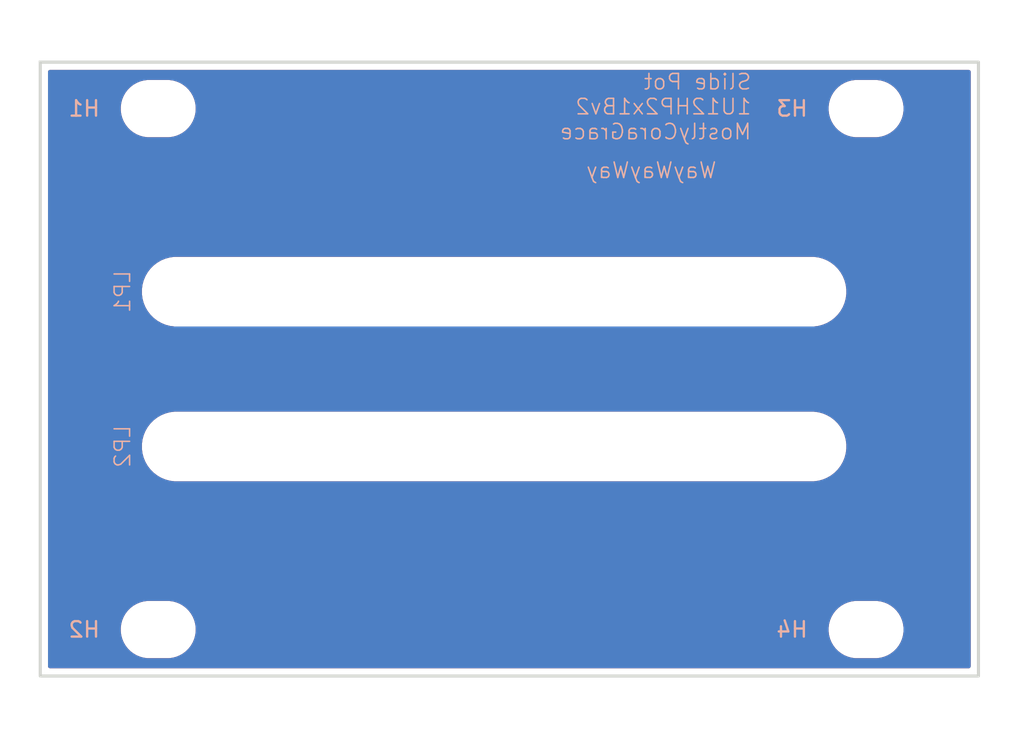
<source format=kicad_pcb>
(kicad_pcb (version 20241229) (generator "pcbnew") (generator_version "9.0")
  (layers (0 "F.Cu" signal) (2 "B.Cu" signal) (13 "F.Paste" user) (15 "B.Paste" user) (5 "F.SilkS" user "F.Silkscreen") (7 "B.SilkS" user "B.Silkscreen") (1 "F.Mask" user) (3 "B.Mask" user) (25 "Edge.Cuts" user))
  (net 0 "")
  (footprint "EXC:Linear_Potentiometer_45mm_M2_Panel_Mount_Top" (layer "F.Cu") (at 29.315 17.25 90)
    (property "Reference" "LP1" (at 0 -24.003 90) (layer "B.SilkS") (effects (font (thickness 0.1)) (justify mirror)))
    (property "Value" "Linear_Potentiometer_45mm_M2_Panel_Mount_Top")
    (pad "" np_thru_hole oval (at 0 0 90) (size 4 45) (drill oval 4 45) (layers "*.Cu" "*.Mask"))
  )
  (footprint "EXC:MountingHole_3.2mm_M3" (layer "F.Cu") (at 7.62 5.425)
    (property "Reference" "H1" (at -3.683 0 0) (layer "B.SilkS") (effects (justify left mirror)))
    (property "Value" "Eurorack_M3_MountingHole")
    (pad "" np_thru_hole oval (at 0 0) (size 4.34 3.2) (drill oval 4.34 3.2) (layers "*.Cu" "*.Mask"))
  )
  (footprint "EXC:MountingHole_3.2mm_M3" (layer "F.Cu") (at 53.34 5.425)
    (property "Reference" "H3" (at -3.683 0 0) (layer "B.SilkS") (effects (justify left mirror)))
    (property "Value" "Eurorack_M3_MountingHole")
    (pad "" np_thru_hole oval (at 0 0) (size 4.34 3.2) (drill oval 4.34 3.2) (layers "*.Cu" "*.Mask"))
  )
  (footprint "EXC:MountingHole_3.2mm_M3" (layer "F.Cu") (at 7.62 39.075)
    (property "Reference" "H2" (at -3.683 0 0) (layer "B.SilkS") (effects (justify left mirror)))
    (property "Value" "Eurorack_M3_MountingHole")
    (pad "" np_thru_hole oval (at 0 0) (size 4.34 3.2) (drill oval 4.34 3.2) (layers "*.Cu" "*.Mask"))
  )
  (footprint "EXC:MountingHole_3.2mm_M3" (layer "F.Cu") (at 53.34 39.075)
    (property "Reference" "H4" (at -3.683 0 0) (layer "B.SilkS") (effects (justify left mirror)))
    (property "Value" "Eurorack_M3_MountingHole")
    (pad "" np_thru_hole oval (at 0 0) (size 4.34 3.2) (drill oval 4.34 3.2) (layers "*.Cu" "*.Mask"))
  )
  (footprint "EXC:Linear_Potentiometer_45mm_M2_Panel_Mount_Top" (layer "F.Cu") (at 29.315 27.25 90)
    (property "Reference" "LP2" (at 0 -24.003 90) (layer "B.SilkS") (effects (font (thickness 0.1)) (justify mirror)))
    (property "Value" "Linear_Potentiometer_45mm_M2_Panel_Mount_Top")
    (pad "" np_thru_hole oval (at 0 0 90) (size 4 45) (drill oval 4 45) (layers "*.Cu" "*.Mask"))
  )
  (gr_rect (start 0 2.425) (end 60.6 42.075) (stroke (width 0.2)) (fill no) (layer "Edge.Cuts"))
  (gr_text "WayWayWay" (at 43.75 10 0) (layer "B.SilkS") (effects (font (size 1 1) (thickness 0.1)) (justify left bottom mirror)))
  (gr_text "Slide Pot\n1U12HP2x1Bv2\nMostlyCoraGrace" (at 46 7.5 0) (layer "B.SilkS") (effects (font (size 1 1) (thickness 0.1)) (justify left bottom mirror)))
  (zone (net 0) (net_name "") (layers "F.Cu" "B.Cu") (connect_pads (clearance 0.5)) (min_thickness 0.25) (fill yes (thermal_gap 0.5) (thermal_bridge_width 0.5) (island_removal_mode 1) (island_area_min 10))
    (polygon (pts (xy 0 2.425) (xy 60.6 2.425) (xy 60.6 42.075) (xy 0 42.075)))
  )
)
</source>
